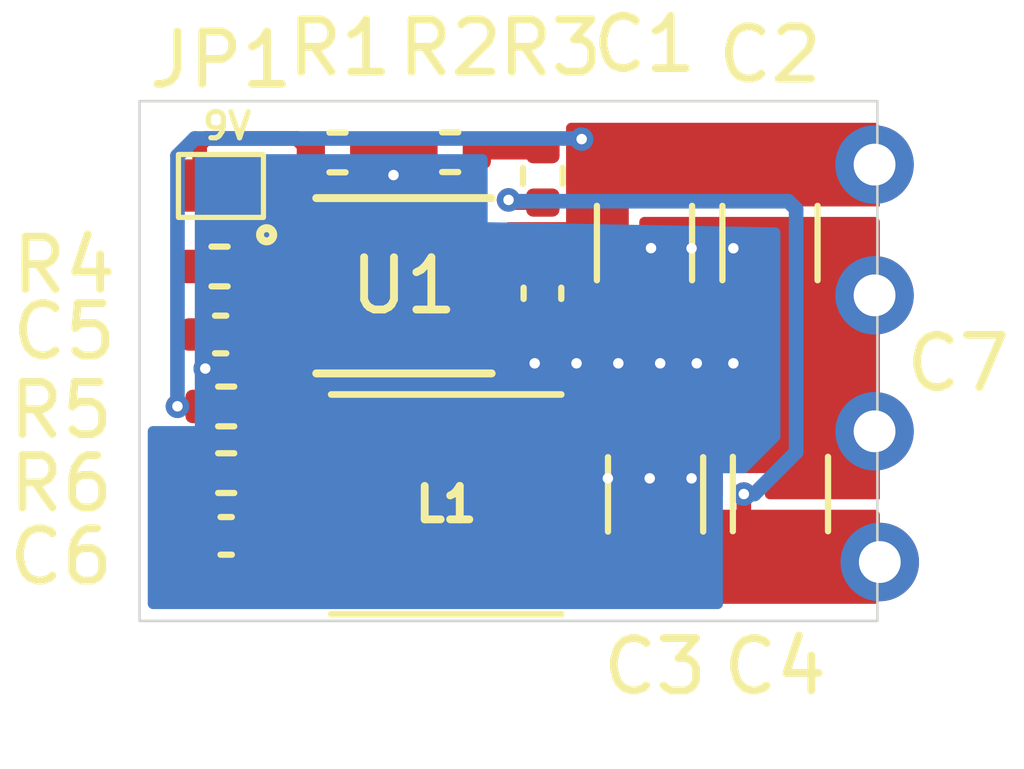
<source format=kicad_pcb>
(kicad_pcb (version 20240108) (generator "pcbnew") (generator_version "8.0")
  (layers (0 "F.Cu" signal) (31 "B.Cu" signal) (34 "B.Paste" user) (35 "F.Paste" user) (36 "B.SilkS" user "B.Silkscreen") (37 "F.SilkS" user "F.Silkscreen") (38 "B.Mask" user) (39 "F.Mask" user) (44 "Edge.Cuts" user))
  (net 0 "")
  (net 1 "/+IN")
  (net 2 "GND")
  (net 3 "/+OUT")
  (net 4 "Net-(U1-VCC)")
  (net 5 "Net-(U1-SW)")
  (net 6 "Net-(C6-Pad2)")
  (net 7 "Net-(JP1-B)")
  (net 8 "Net-(JP1-A)")
  (net 9 "Net-(U1-FB)")
  (net 10 "Net-(U1-EN{slash}SYNC)")
  (net 11 "Net-(U1-BST)")
  (footprint "Resistor_SMD:R_0402_1005Metric" (layer "F.Cu") (at 140.283678 62.862216)
    (property "Reference" "R2" (at 0 -1.994216 360) (layer "F.SilkS"))
    (property "Value" "6.8k")
    (fp_line (start -0.153641 -0.38) (end 0.153641 -0.38) (stroke (width 0.12)) (layer "F.SilkS"))
    (fp_line (start -0.153641 0.38) (end 0.153641 0.38) (stroke (width 0.12)) (layer "F.SilkS"))
    (pad "1" smd roundrect (at -0.51 0) (size 0.54 0.64) (layers "F.Cu" "F.Paste" "F.Mask") (net 2 "GND"))
    (pad "2" smd roundrect (at 0.51 0) (size 0.54 0.64) (layers "F.Cu" "F.Paste" "F.Mask") (net 7 "Net-(JP1-B)"))
  )
  (footprint "Capacitor_SMD:C_1206_3216Metric" (layer "F.Cu") (at 144 64.6 -90)
    (property "Reference" "C1" (at -3.8 0 180) (layer "F.SilkS"))
    (property "Value" "14uF")
    (fp_line (start -0.711252 0.91) (end 0.711252 0.91) (stroke (width 0.12)) (layer "F.SilkS"))
    (fp_line (start -0.711252 -0.91) (end 0.711252 -0.91) (stroke (width 0.12)) (layer "F.SilkS"))
    (pad "1" smd roundrect (at -1.475 0 270) (size 1.15 1.8) (layers "F.Cu" "F.Paste" "F.Mask") (roundrect_rratio 0.217391) (net 1 "/+IN"))
    (pad "2" smd roundrect (at 1.475 0 270) (size 1.15 1.8) (layers "F.Cu" "F.Paste" "F.Mask") (roundrect_rratio 0.217391) (net 2 "GND"))
  )
  (footprint "Capacitor_SMD:C_1206_3216Metric" (layer "F.Cu") (at 146.4 64.6 -90)
    (property "Reference" "C2" (at -3.6 0 180) (layer "F.SilkS"))
    (property "Value" "14uF")
    (fp_line (start -0.711252 0.91) (end 0.711252 0.91) (stroke (width 0.12)) (layer "F.SilkS"))
    (fp_line (start -0.711252 -0.91) (end 0.711252 -0.91) (stroke (width 0.12)) (layer "F.SilkS"))
    (pad "1" smd roundrect (at -1.475 0 270) (size 1.15 1.8) (layers "F.Cu" "F.Paste" "F.Mask") (roundrect_rratio 0.217391) (net 1 "/+IN"))
    (pad "2" smd roundrect (at 1.475 0 270) (size 1.15 1.8) (layers "F.Cu" "F.Paste" "F.Mask") (roundrect_rratio 0.217391) (net 2 "GND"))
  )
  (footprint "Capacitor_SMD:C_0402_1005Metric" (layer "F.Cu") (at 135.894802 66.348817 180)
    (property "Reference" "C5" (at 2.994802 0.054817 360) (layer "F.SilkS"))
    (property "Value" "0.1uF")
    (fp_line (start -0.107836 0.36) (end 0.107836 0.36) (stroke (width 0.12)) (layer "F.SilkS"))
    (fp_line (start -0.107836 -0.36) (end 0.107836 -0.36) (stroke (width 0.12)) (layer "F.SilkS"))
    (pad "1" smd roundrect (at -0.48 0 180) (size 0.56 0.62) (layers "F.Cu" "F.Paste" "F.Mask") (net 4 "Net-(U1-VCC)"))
    (pad "2" smd roundrect (at 0.48 0 180) (size 0.56 0.62) (layers "F.Cu" "F.Paste" "F.Mask") (net 2 "GND"))
  )
  (footprint "Resistor_SMD:R_0402_1005Metric" (layer "F.Cu") (at 136 69 180)
    (property "Reference" "R6" (at 3.158 -0.2 360) (layer "F.SilkS"))
    (property "Value" "22R")
    (fp_line (start -0.153641 0.38) (end 0.153641 0.38) (stroke (width 0.12)) (layer "F.SilkS"))
    (fp_line (start -0.153641 -0.38) (end 0.153641 -0.38) (stroke (width 0.12)) (layer "F.SilkS"))
    (pad "1" smd roundrect (at -0.51 0 180) (size 0.54 0.64) (layers "F.Cu" "F.Paste" "F.Mask") (net 11 "Net-(U1-BST)"))
    (pad "2" smd roundrect (at 0.51 0 180) (size 0.54 0.64) (layers "F.Cu" "F.Paste" "F.Mask") (net 6 "Net-(C6-Pad2)"))
  )
  (footprint "Capacitor_SMD:C_0402_1005Metric" (layer "F.Cu") (at 142.048609 65.561112 -90)
    (property "Reference" "C7" (at 1.338888 -7.951391 180) (layer "F.SilkS"))
    (property "Value" "0.1uF")
    (fp_line (start -0.107836 0.36) (end 0.107836 0.36) (stroke (width 0.12)) (layer "F.SilkS"))
    (fp_line (start -0.107836 -0.36) (end 0.107836 -0.36) (stroke (width 0.12)) (layer "F.SilkS"))
    (pad "1" smd roundrect (at -0.48 0 270) (size 0.56 0.62) (layers "F.Cu" "F.Paste" "F.Mask") (net 1 "/+IN"))
    (pad "2" smd roundrect (at 0.48 0 270) (size 0.56 0.62) (layers "F.Cu" "F.Paste" "F.Mask") (net 2 "GND"))
  )
  (footprint "Resistor_SMD:R_0402_1005Metric" (layer "F.Cu") (at 138.129278 62.867408 180)
    (property "Reference" "R1" (at -0.046722 1.999408 360) (layer "F.SilkS"))
    (property "Value" "200k")
    (fp_line (start -0.153641 0.38) (end 0.153641 0.38) (stroke (width 0.12)) (layer "F.SilkS"))
    (fp_line (start -0.153641 -0.38) (end 0.153641 -0.38) (stroke (width 0.12)) (layer "F.SilkS"))
    (pad "1" smd roundrect (at -0.51 0 180) (size 0.54 0.64) (layers "F.Cu" "F.Paste" "F.Mask") (net 2 "GND"))
    (pad "2" smd roundrect (at 0.51 0 180) (size 0.54 0.64) (layers "F.Cu" "F.Paste" "F.Mask") (net 8 "Net-(JP1-A)"))
  )
  (footprint "MyLib8:QFN-8_MP9943_MNP" (layer "F.Cu") (at 139.40001 65.416456)
    (property "Reference" "U1" (at 0 0 0) (layer "F.SilkS"))
    (property "Value" "MP9943GQ-Z")
    (fp_line (start -1.6764 1.6764) (end 1.6764 1.6764) (stroke (width 0.1524)) (layer "F.SilkS"))
    (fp_line (start 1.6764 -1.6764) (end -1.6764 -1.6764) (stroke (width 0.1524)) (layer "F.SilkS"))
    (fp_circle (center -2.6266 -0.975) (end -2.4996 -0.975) (stroke (width 0.1524)) (fill none) (layer "F.SilkS"))
    (pad "1" smd rect (at -1.1 -0.974996) (size 1.15 0.349994) (layers "F.Cu" "F.Paste" "F.Mask") (net 9 "Net-(U1-FB)"))
    (pad "2" smd rect (at -1.15 -0.325001) (size 1.05 0.35) (layers "F.Cu" "F.Paste" "F.Mask") (net 4 "Net-(U1-VCC)"))
    (pad "3" smd rect (at -1.15 0.325001) (size 1.05 0.35) (layers "F.Cu" "F.Paste" "F.Mask") (net 10 "Net-(U1-EN{slash}SYNC)"))
    (pad "4" smd rect (at -1.15 0.974999) (size 1.05 0.35) (layers "F.Cu" "F.Paste" "F.Mask") (net 11 "Net-(U1-BST)"))
    (pad "5" smd rect (at 1.15 0.974999) (size 1.05 0.35) (layers "F.Cu" "F.Paste" "F.Mask") (net 2 "GND"))
    (pad "6" smd rect (at 1.15 0.325001) (size 1.05 0.35) (layers "F.Cu" "F.Paste" "F.Mask") (net 5 "Net-(U1-SW)"))
    (pad "7" smd rect (at 1.15 -0.325001) (size 1.05 0.35) (layers "F.Cu" "F.Paste" "F.Mask") (net 1 "/+IN"))
    (pad "8" smd rect (at 1.15 -0.974999) (size 1.05 0.35) (layers "F.Cu" "F.Paste" "F.Mask"))
  )
  (footprint "Capacitor_SMD:C_1206_3216Metric" (layer "F.Cu") (at 144.212042 69.406481 90)
    (property "Reference" "C3" (at -3.293519 -0.012042 180) (layer "F.SilkS"))
    (property "Value" "27uF")
    (fp_line (start -0.711252 -0.91) (end 0.711252 -0.91) (stroke (width 0.12)) (layer "F.SilkS"))
    (fp_line (start -0.711252 0.91) (end 0.711252 0.91) (stroke (width 0.12)) (layer "F.SilkS"))
    (pad "1" smd roundrect (at -1.475 0 90) (size 1.15 1.8) (layers "F.Cu" "F.Paste" "F.Mask") (roundrect_rratio 0.217391) (net 3 "/+OUT"))
    (pad "2" smd roundrect (at 1.475 0 90) (size 1.15 1.8) (layers "F.Cu" "F.Paste" "F.Mask") (roundrect_rratio 0.217391) (net 2 "GND"))
  )
  (footprint "Resistor_SMD:R_0402_1005Metric" (layer "F.Cu") (at 136 67.725)
    (property "Reference" "R5" (at -3.158 0.075 360) (layer "F.SilkS"))
    (property "Value" "1M")
    (fp_line (start -0.153641 -0.38) (end 0.153641 -0.38) (stroke (width 0.12)) (layer "F.SilkS"))
    (fp_line (start -0.153641 0.38) (end 0.153641 0.38) (stroke (width 0.12)) (layer "F.SilkS"))
    (pad "1" smd roundrect (at -0.51 0) (size 0.54 0.64) (layers "F.Cu" "F.Paste" "F.Mask") (net 1 "/+IN"))
    (pad "2" smd roundrect (at 0.51 0) (size 0.54 0.64) (layers "F.Cu" "F.Paste" "F.Mask") (net 10 "Net-(U1-EN{slash}SYNC)"))
  )
  (footprint "Capacitor_SMD:C_1206_3216Metric" (layer "F.Cu") (at 146.6 69.4 90)
    (property "Reference" "C4" (at -3.3 -0.1 180) (layer "F.SilkS"))
    (property "Value" "27uF")
    (fp_line (start -0.711252 -0.91) (end 0.711252 -0.91) (stroke (width 0.12)) (layer "F.SilkS"))
    (fp_line (start -0.711252 0.91) (end 0.711252 0.91) (stroke (width 0.12)) (layer "F.SilkS"))
    (pad "1" smd roundrect (at -1.475 0 90) (size 1.15 1.8) (layers "F.Cu" "F.Paste" "F.Mask") (roundrect_rratio 0.217391) (net 3 "/+OUT"))
    (pad "2" smd roundrect (at 1.475 0 90) (size 1.15 1.8) (layers "F.Cu" "F.Paste" "F.Mask") (roundrect_rratio 0.217391) (net 2 "GND"))
  )
  (footprint "MyLib8:IND_ASPI-4020HI-R10M-T" (layer "F.Cu") (at 140.208 69.596)
    (property "Reference" "L1" (at 0 0 0) (layer "F.SilkS") (effects (font (size 0.64 0.64))))
    (property "Value" "L")
    (fp_line (start -2.2 -2.1) (end 2.2 -2.1) (stroke (width 0.127)) (layer "F.SilkS"))
    (fp_line (start -2.2 2.1) (end 2.2 2.1) (stroke (width 0.127)) (layer "F.SilkS"))
    (pad "1" smd rect (at -1.85 0) (size 1.5 2.5) (layers "F.Cu" "F.Paste" "F.Mask") (net 5 "Net-(U1-SW)"))
    (pad "2" smd rect (at 1.85 0) (size 1.5 2.5) (layers "F.Cu" "F.Paste" "F.Mask") (net 3 "/+OUT"))
  )
  (footprint "Capacitor_SMD:C_0402_1005Metric" (layer "F.Cu") (at 136 70.2 180)
    (property "Reference" "C6" (at 3.158 -0.4 360) (layer "F.SilkS"))
    (property "Value" "0.1uF")
    (fp_line (start -0.107836 0.36) (end 0.107836 0.36) (stroke (width 0.12)) (layer "F.SilkS"))
    (fp_line (start -0.107836 -0.36) (end 0.107836 -0.36) (stroke (width 0.12)) (layer "F.SilkS"))
    (pad "1" smd roundrect (at -0.48 0 180) (size 0.56 0.62) (layers "F.Cu" "F.Paste" "F.Mask") (net 5 "Net-(U1-SW)"))
    (pad "2" smd roundrect (at 0.48 0 180) (size 0.56 0.62) (layers "F.Cu" "F.Paste" "F.Mask") (net 6 "Net-(C6-Pad2)"))
  )
  (footprint "Resistor_SMD:R_0402_1005Metric" (layer "F.Cu") (at 142.056082 63.316082 -90)
    (property "Reference" "R3" (at -2.448082 -0.143918 180) (layer "F.SilkS"))
    (property "Value" "35.6k")
    (fp_line (start -0.153641 0.38) (end 0.153641 0.38) (stroke (width 0.12)) (layer "F.SilkS"))
    (fp_line (start -0.153641 -0.38) (end 0.153641 -0.38) (stroke (width 0.12)) (layer "F.SilkS"))
    (pad "1" smd roundrect (at -0.51 0 270) (size 0.54 0.64) (layers "F.Cu" "F.Paste" "F.Mask") (net 7 "Net-(JP1-B)"))
    (pad "2" smd roundrect (at 0.51 0 270) (size 0.54 0.64) (layers "F.Cu" "F.Paste" "F.Mask") (net 3 "/+OUT"))
  )
  (footprint "MyLib8:SolderJumper-2_P1.3mm_Open_Pad0.6x1mm" (layer "F.Cu") (at 135.9 63.5)
    (property "Reference" "JP1" (at 0 -2.4 0) (layer "F.SilkS"))
    (property "Value" "9V")
    (fp_rect (start -0.8128 -0.5936) (end 0.8128 0.6096) (stroke (width 0.1)) (fill none) (layer "F.SilkS"))
    (pad "1" smd rect (at -0.4064 0) (size 0.6 1) (layers "F.Cu" "F.Mask") (net 8 "Net-(JP1-A)"))
    (pad "2" smd rect (at 0.4064 0) (size 0.6 1) (layers "F.Cu" "F.Mask") (net 7 "Net-(JP1-B)"))
  )
  (footprint "Resistor_SMD:R_0402_1005Metric" (layer "F.Cu") (at 135.873489 65.048311)
    (property "Reference" "R4" (at -2.973489 -0.024311 0) (layer "F.SilkS"))
    (property "Value" "51.2k")
    (fp_line (start -0.153641 -0.38) (end 0.153641 -0.38) (stroke (width 0.12)) (layer "F.SilkS"))
    (fp_line (start -0.153641 0.38) (end 0.153641 0.38) (stroke (width 0.12)) (layer "F.SilkS"))
    (pad "1" smd roundrect (at -0.51 0) (size 0.54 0.64) (layers "F.Cu" "F.Paste" "F.Mask") (net 7 "Net-(JP1-B)"))
    (pad "2" smd roundrect (at 0.51 0) (size 0.54 0.64) (layers "F.Cu" "F.Paste" "F.Mask") (net 9 "Net-(U1-FB)"))
  )
  (gr_poly (pts (xy 137.8 66.8) (xy 140.2 66.8) (xy 140.2 71.4) (xy 136.2 71.4) (xy 136.2 69.6) (xy 137 69.6) (xy 137 69) (xy 137.8 68.2)) (stroke (width 0.2)) (fill solid) (layer "F.Cu") (net 5))
  (gr_poly (pts (xy 140.6 66.2) (xy 140.6 68) (xy 143.2 68) (xy 143.2 69.4) (xy 145.4 69.4) (xy 145.4 68.9) (xy 146.4 68.9) (xy 146.4 69.4) (xy 148.4 69.4) (xy 148.4 64.2) (xy 144 64.2) (xy 144 65.2) (xy 143.2 65.2) (xy 143.2 65.6) (xy 141.4 65.6) (xy 141.4 66.2)) (stroke (width 0.2)) (fill solid) (layer "F.Cu") (net 2))
  (gr_poly (pts (xy 148.4 63.8) (xy 143.6 63.8) (xy 143.6 64.8) (xy 142.8 64.8) (xy 142.8 65.2) (xy 141.4 65.2) (xy 141.4 64.3) (xy 142.6 64.3) (xy 142.6 62.4) (xy 148.4 62.4)) (stroke (width 0.2)) (fill solid) (layer "F.Cu") (net 1))
  (gr_poly (pts (xy 140.8 68.4) (xy 140.8 71.4) (xy 148.4 71.4) (xy 148.4 69.8) (xy 142.8 69.8) (xy 142.8 68.4)) (stroke (width 0.2)) (fill solid) (layer "F.Cu") (net 3))
  (gr_poly (pts (xy 135.5 63) (xy 135.5 68.2) (xy 134.6 68.2) (xy 134.6 71.5) (xy 145.4 71.5) (xy 145.4 70.1) (xy 145.4 68.9) (xy 145.9 68.9) (xy 146.5 68.3) (xy 146.5 67.7) (xy 146.5 64.4) (xy 140.9 64.3) (xy 140.9 63)) (stroke (width 0.2)) (fill solid) (layer "B.Cu") (net 2))
  (gr_rect (start 134.343229 61.887058) (end 148.453732 71.826566) (stroke (width 0.05)) (fill none) (layer "Edge.Cuts"))
  (gr_text "9V" (at 135.499762 62.652663 0) (layer "F.SilkS") (effects (font (size 0.5 0.5) (thickness 0.1)) (justify left bottom)))
  (segment (start 142.798613 62.612058) (end 143.487058 62.612058) (width 0.28) (layer "F.Cu") (net 1))
  (segment (start 140.55001 65.091455) (end 142.038266 65.091455) (width 0.28) (layer "F.Cu") (net 1))
  (segment (start 142.038266 65.091455) (end 142.048609 65.081112) (width 0.28) (layer "F.Cu") (net 1))
  (segment (start 143.487058 62.612058) (end 144 63.125) (width 0.28) (layer "F.Cu") (net 1))
  (segment (start 135.071343 67.725) (end 135.068229 67.721886) (width 0.28) (layer "F.Cu") (net 1))
  (segment (start 135.49 67.725) (end 135.071343 67.725) (width 0.28) (layer "F.Cu") (net 1))
  (via (at 148.4 63.1) (size 1.5) (drill 0.8) (layers "F.Cu" "B.Cu") (net 1))
  (via (at 135.068229 67.721886) (size 0.45) (drill 0.2) (layers "F.Cu" "B.Cu") (net 1))
  (via (at 142.798613 62.612058) (size 0.45) (drill 0.2) (layers "F.Cu" "B.Cu") (net 1))
  (segment (start 135.068229 67.721886) (end 135.068229 62.931771) (width 0.28) (layer "B.Cu") (net 1))
  (segment (start 135.4 62.6) (end 142.786555 62.6) (width 0.28) (layer "B.Cu") (net 1))
  (segment (start 142.786555 62.6) (end 142.798613 62.612058) (width 0.28) (layer "B.Cu") (net 1))
  (segment (start 135.068229 62.931771) (end 135.4 62.6) (width 0.28) (layer "B.Cu") (net 1))
  (segment (start 135.6 66.534015) (end 135.414802 66.348817) (width 0.28) (layer "F.Cu") (net 2))
  (segment (start 135.6 67) (end 135.6 66.534015) (width 0.28) (layer "F.Cu") (net 2))
  (segment (start 139.2 62.867408) (end 139.768486 62.867408) (width 0.28) (layer "F.Cu") (net 2))
  (segment (start 139.768486 62.867408) (end 139.773678 62.862216) (width 0.28) (layer "F.Cu") (net 2))
  (segment (start 139.2 63.3) (end 139.2 62.867408) (width 0.28) (layer "F.Cu") (net 2))
  (segment (start 138.639278 62.867408) (end 139.2 62.867408) (width 0.28) (layer "F.Cu") (net 2))
  (via (at 144.125 64.697039) (size 0.45) (drill 0.2) (layers "F.Cu" "B.Cu") (net 2))
  (via (at 143.5 66.9) (size 0.45) (drill 0.2) (layers "F.Cu" "B.Cu") (net 2))
  (via (at 145.7 64.7) (size 0.45) (drill 0.2) (layers "F.Cu" "B.Cu") (net 2))
  (via (at 145 66.9) (size 0.45) (drill 0.2) (layers "F.Cu" "B.Cu") (net 2))
  (via (at 141.9 66.9) (size 0.45) (drill 0.2) (layers "F.Cu" "B.Cu") (net 2))
  (via (at 135.6 67) (size 0.45) (drill 0.2) (layers "F.Cu" "B.Cu") (net 2))
  (via (at 144.1 69.1) (size 0.45) (drill 0.2) (layers "F.Cu" "B.Cu") (net 2))
  (via (at 144.9 69.1) (size 0.45) (drill 0.2) (layers "F.Cu" "B.Cu") (net 2))
  (via (at 139.2 63.3) (size 0.45) (drill 0.2) (layers "F.Cu" "B.Cu") (net 2))
  (via (at 144.9 64.7) (size 0.45) (drill 0.2) (layers "F.Cu" "B.Cu") (net 2))
  (via (at 144.3 66.9) (size 0.45) (drill 0.2) (layers "F.Cu" "B.Cu") (net 2))
  (via (at 143.3 69.1) (size 0.45) (drill 0.2) (layers "F.Cu" "B.Cu") (net 2))
  (via (at 142.7 66.9) (size 0.45) (drill 0.2) (layers "F.Cu" "B.Cu") (net 2))
  (via (at 148.4 65.6) (size 1.5) (drill 0.8) (layers "F.Cu" "B.Cu") (net 2))
  (via (at 148.4 68.2) (size 1.5) (drill 0.8) (layers "F.Cu" "B.Cu") (net 2))
  (via (at 145.7 66.9) (size 0.45) (drill 0.2) (layers "F.Cu" "B.Cu") (net 2))
  (segment (start 145.9 70.175) (end 146.6 70.875) (width 0.28) (layer "F.Cu") (net 3))
  (segment (start 145.9 69.4) (end 145.9 70.175) (width 0.28) (layer "F.Cu") (net 3))
  (segment (start 142.056082 63.826082) (end 141.451082 63.826082) (width 0.28) (layer "F.Cu") (net 3))
  (segment (start 141.451082 63.826082) (end 141.4 63.775) (width 0.28) (layer "F.Cu") (net 3))
  (via (at 148.5 70.7) (size 1.5) (drill 0.8) (layers "F.Cu" "B.Cu") (net 3))
  (via (at 145.9 69.4) (size 0.45) (drill 0.2) (layers "F.Cu" "B.Cu") (net 3))
  (via (at 141.4 63.775) (size 0.45) (drill 0.2) (layers "F.Cu" "B.Cu") (net 3))
  (segment (start 146.75 63.8) (end 146.9 63.95) (width 0.28) (layer "B.Cu") (net 3))
  (segment (start 146.9 63.95) (end 146.9 68.6) (width 0.28) (layer "B.Cu") (net 3))
  (segment (start 141.4 63.775) (end 141.425 63.8) (width 0.28) (layer "B.Cu") (net 3))
  (segment (start 146.9 68.6) (end 146.1 69.4) (width 0.28) (layer "B.Cu") (net 3))
  (segment (start 141.425 63.8) (end 146.75 63.8) (width 0.28) (layer "B.Cu") (net 3))
  (segment (start 146.1 69.4) (end 145.9 69.4) (width 0.28) (layer "B.Cu") (net 3))
  (segment (start 136.611803 65.815489) (end 137.335837 65.091455) (width 0.28) (layer "F.Cu") (net 4))
  (segment (start 136.374802 65.951862) (end 136.511175 65.815489) (width 0.28) (layer "F.Cu") (net 4))
  (segment (start 137.335837 65.091455) (end 138.25001 65.091455) (width 0.28) (layer "F.Cu") (net 4))
  (segment (start 136.511175 65.815489) (end 136.611803 65.815489) (width 0.28) (layer "F.Cu") (net 4))
  (segment (start 136.374802 66.348817) (end 136.374802 65.951862) (width 0.28) (layer "F.Cu") (net 4))
  (segment (start 140.55001 65.741457) (end 139.934998 65.741457) (width 0.28) (layer "F.Cu") (net 5))
  (segment (start 139.11501 68.83899) (end 138.358 69.596) (width 0.28) (layer "F.Cu") (net 5))
  (segment (start 139.6 66.076455) (end 139.6 67.7) (width 0.28) (layer "F.Cu") (net 5))
  (segment (start 139.934998 65.741457) (end 139.6 66.076455) (width 0.28) (layer "F.Cu") (net 5))
  (segment (start 139.6 67.7) (end 138.2 69.1) (width 0.28) (layer "F.Cu") (net 5))
  (segment (start 135.49 69) (end 135.49 70.17) (width 0.28) (layer "F.Cu") (net 6))
  (segment (start 135.49 70.17) (end 135.52 70.2) (width 0.28) (layer "F.Cu") (net 6))
  (segment (start 140.793678 62.862216) (end 141.999948 62.862216) (width 0.28) (layer "F.Cu") (net 7))
  (segment (start 136.6714 63.865) (end 140.535 63.865) (width 0.28) (layer "F.Cu") (net 7))
  (segment (start 140.535 63.865) (end 140.793678 63.606322) (width 0.28) (layer "F.Cu") (net 7))
  (segment (start 136.3064 63.5) (end 136.6714 63.865) (width 0.28) (layer "F.Cu") (net 7))
  (segment (start 140.793678 63.606322) (end 140.793678 62.862216) (width 0.28) (layer "F.Cu") (net 7))
  (segment (start 136.3064 64.1054) (end 136.3064 63.5) (width 0.28) (layer "F.Cu") (net 7))
  (segment (start 141.999948 62.862216) (end 142.056082 62.806082) (width 0.28) (layer "F.Cu") (net 7))
  (segment (start 135.363489 65.048311) (end 136.3064 64.1054) (width 0.28) (layer "F.Cu") (net 7))
  (segment (start 137.619278 62.867408) (end 137.35187 62.6) (width 0.28) (layer "F.Cu") (net 8))
  (segment (start 137.35187 62.6) (end 135.6136 62.6) (width 0.28) (layer "F.Cu") (net 8))
  (segment (start 135.4936 62.72) (end 135.4936 63.5) (width 0.28) (layer "F.Cu") (net 8))
  (segment (start 135.6136 62.6) (end 135.4936 62.72) (width 0.28) (layer "F.Cu") (net 8))
  (segment (start 138.30001 64.49999) (end 138.223545 64.576455) (width 0.28) (layer "F.Cu") (net 9))
  (segment (start 137.125344 64.576455) (end 136.653488 65.048311) (width 0.28) (layer "F.Cu") (net 9))
  (segment (start 138.30001 64.44146) (end 138.30001 64.49999) (width 0.28) (layer "F.Cu") (net 9))
  (segment (start 136.653488 65.048311) (end 136.383489 65.048311) (width 0.28) (layer "F.Cu") (net 9))
  (segment (start 138.223545 64.576455) (end 137.125344 64.576455) (width 0.28) (layer "F.Cu") (net 9))
  (segment (start 138.25001 65.741457) (end 137.364657 65.741457) (width 0.28) (layer "F.Cu") (net 10))
  (segment (start 137.364657 65.741457) (end 136.994802 66.111312) (width 0.28) (layer "F.Cu") (net 10))
  (segment (start 136.994802 66.111312) (end 136.994802 67.240198) (width 0.28) (layer "F.Cu") (net 10))
  (segment (start 136.994802 67.240198) (end 136.51 67.725) (width 0.28) (layer "F.Cu") (net 10))
  (segment (start 137.12 68.39) (end 136.51 69) (width 0.28) (layer "F.Cu") (net 11))
  (segment (start 137.474802 67.525198) (end 137.12 67.88) (width 0.28) (layer "F.Cu") (net 11))
  (segment (start 138.25001 66.391455) (end 137.608545 66.391455) (width 0.28) (layer "F.Cu") (net 11))
  (segment (start 137.608545 66.391455) (end 137.474802 66.525198) (width 0.28) (layer "F.Cu") (net 11))
  (segment (start 137.12 67.88) (end 137.12 68.39) (width 0.28) (layer "F.Cu") (net 11))
  (segment (start 137.474802 66.525198) (end 137.474802 67.525198) (width 0.28) (layer "F.Cu") (net 11))
)
</source>
